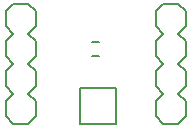
<source format=gto>
G75*
%MOIN*%
%OFA0B0*%
%FSLAX25Y25*%
%IPPOS*%
%LPD*%
%AMOC8*
5,1,8,0,0,1.08239X$1,22.5*
%
%ADD10C,0.00600*%
%ADD11C,0.00800*%
%ADD12C,0.00500*%
D10*
X0035619Y0029438D02*
X0037981Y0029438D01*
X0037981Y0034162D02*
X0035619Y0034162D01*
D11*
X0014300Y0006800D02*
X0009300Y0006800D01*
X0006800Y0009300D01*
X0006800Y0014300D01*
X0009300Y0016800D01*
X0006800Y0019300D01*
X0006800Y0024300D01*
X0009300Y0026800D01*
X0006800Y0029300D01*
X0006800Y0034300D01*
X0009300Y0036800D01*
X0006800Y0039300D01*
X0006800Y0044300D01*
X0009300Y0046800D01*
X0014300Y0046800D01*
X0016800Y0044300D01*
X0016800Y0039300D01*
X0014300Y0036800D01*
X0016800Y0034300D01*
X0016800Y0029300D01*
X0014300Y0026800D01*
X0016800Y0024300D01*
X0016800Y0019300D01*
X0014300Y0016800D01*
X0016800Y0014300D01*
X0016800Y0009300D01*
X0014300Y0006800D01*
X0056800Y0009300D02*
X0056800Y0014300D01*
X0059300Y0016800D01*
X0056800Y0019300D01*
X0056800Y0024300D01*
X0059300Y0026800D01*
X0056800Y0029300D01*
X0056800Y0034300D01*
X0059300Y0036800D01*
X0056800Y0039300D01*
X0056800Y0044300D01*
X0059300Y0046800D01*
X0064300Y0046800D01*
X0066800Y0044300D01*
X0066800Y0039300D01*
X0064300Y0036800D01*
X0066800Y0034300D01*
X0066800Y0029300D01*
X0064300Y0026800D01*
X0066800Y0024300D01*
X0066800Y0019300D01*
X0064300Y0016800D01*
X0066800Y0014300D01*
X0066800Y0009300D01*
X0064300Y0006800D01*
X0059300Y0006800D01*
X0056800Y0009300D01*
D12*
X0043611Y0006800D02*
X0043611Y0018611D01*
X0031603Y0018611D01*
X0031603Y0006800D01*
X0043611Y0006800D01*
M02*

</source>
